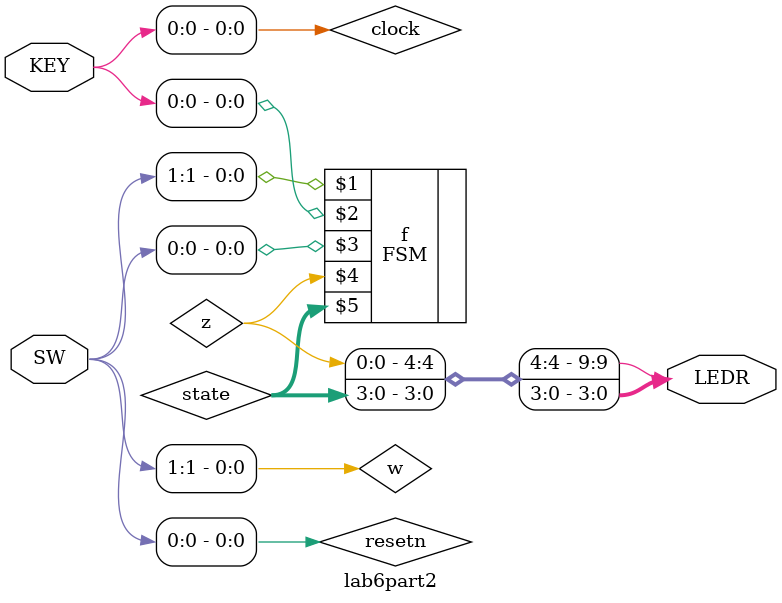
<source format=v>
module lab6part2 (SW, KEY, LEDR);
	input [9:0] SW;
	input [3:0] KEY;
	output [9:0] LEDR;
	
	wire resetn, w, clock, z;
	wire [3:0] state;
		
	assign resetn = SW[0];
	assign w = SW[1];
	assign clock = KEY[0];
	FSM f (w, clock, resetn, z, state);
	assign LEDR[9] = z;
	assign LEDR [3:0] = state;
	
endmodule
</source>
